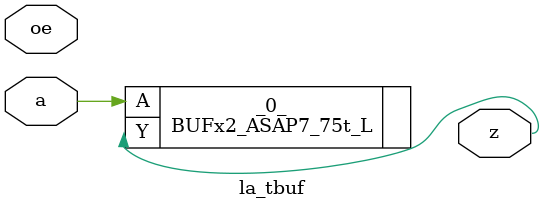
<source format=v>
/* Generated by Yosys 0.37 (git sha1 a5c7f69ed, clang 14.0.0-1ubuntu1.1 -fPIC -Os) */

module la_tbuf(a, oe, z);
  input a;
  wire a;
  input oe;
  wire oe;
  output z;
  wire z;
  BUFx2_ASAP7_75t_L _0_ (
    .A(a),
    .Y(z)
  );
endmodule

</source>
